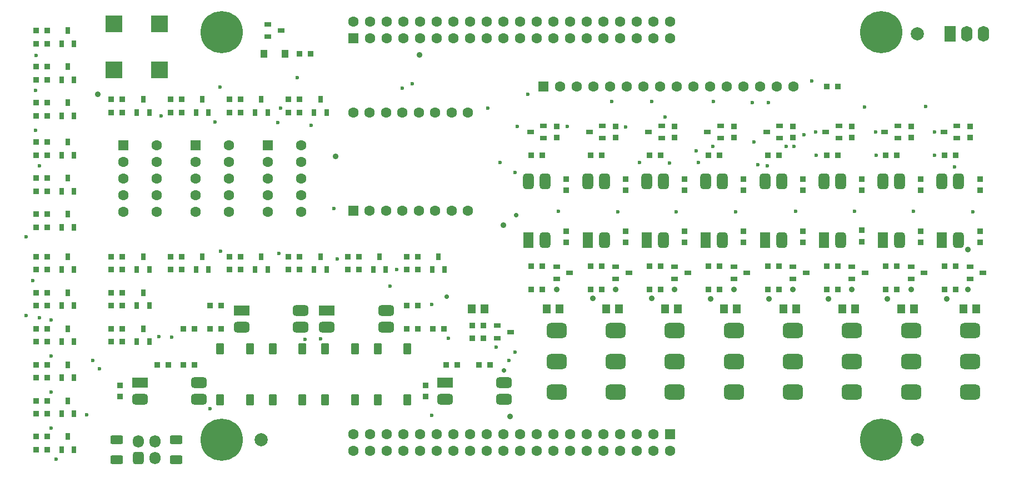
<source format=gts>
G04*
G04 #@! TF.GenerationSoftware,Altium Limited,Altium Designer,22.8.2 (66)*
G04*
G04 Layer_Color=8388736*
%FSLAX25Y25*%
%MOIN*%
G70*
G04*
G04 #@! TF.SameCoordinates,212F37CB-D32F-4CA9-9F40-9CB884434D69*
G04*
G04*
G04 #@! TF.FilePolarity,Negative*
G04*
G01*
G75*
%ADD11C,0.00394*%
%ADD30R,0.03543X0.03740*%
%ADD31C,0.07874*%
%ADD32R,0.10236X0.10236*%
%ADD33R,0.04331X0.02756*%
%ADD34R,0.02756X0.04331*%
%ADD35R,0.05118X0.05512*%
%ADD36R,0.03740X0.03543*%
%ADD37R,0.03976X0.04894*%
G04:AMPARAMS|DCode=38|XSize=51.18mil|YSize=75.59mil|CornerRadius=7.87mil|HoleSize=0mil|Usage=FLASHONLY|Rotation=270.000|XOffset=0mil|YOffset=0mil|HoleType=Round|Shape=RoundedRectangle|*
%AMROUNDEDRECTD38*
21,1,0.05118,0.05984,0,0,270.0*
21,1,0.03543,0.07559,0,0,270.0*
1,1,0.01575,-0.02992,-0.01772*
1,1,0.01575,-0.02992,0.01772*
1,1,0.01575,0.02992,0.01772*
1,1,0.01575,0.02992,-0.01772*
%
%ADD38ROUNDEDRECTD38*%
G04:AMPARAMS|DCode=39|XSize=93.94mil|YSize=63.94mil|CornerRadius=16.97mil|HoleSize=0mil|Usage=FLASHONLY|Rotation=0.000|XOffset=0mil|YOffset=0mil|HoleType=Round|Shape=RoundedRectangle|*
%AMROUNDEDRECTD39*
21,1,0.09394,0.03000,0,0,0.0*
21,1,0.06000,0.06394,0,0,0.0*
1,1,0.03394,0.03000,-0.01500*
1,1,0.03394,-0.03000,-0.01500*
1,1,0.03394,-0.03000,0.01500*
1,1,0.03394,0.03000,0.01500*
%
%ADD39ROUNDEDRECTD39*%
%ADD40R,0.09394X0.06394*%
G04:AMPARAMS|DCode=41|XSize=66.93mil|YSize=47.24mil|CornerRadius=6.3mil|HoleSize=0mil|Usage=FLASHONLY|Rotation=270.000|XOffset=0mil|YOffset=0mil|HoleType=Round|Shape=RoundedRectangle|*
%AMROUNDEDRECTD41*
21,1,0.06693,0.03465,0,0,270.0*
21,1,0.05433,0.04724,0,0,270.0*
1,1,0.01260,-0.01732,-0.02717*
1,1,0.01260,-0.01732,0.02717*
1,1,0.01260,0.01732,0.02717*
1,1,0.01260,0.01732,-0.02717*
%
%ADD41ROUNDEDRECTD41*%
G04:AMPARAMS|DCode=42|XSize=93.94mil|YSize=63.94mil|CornerRadius=16.97mil|HoleSize=0mil|Usage=FLASHONLY|Rotation=90.000|XOffset=0mil|YOffset=0mil|HoleType=Round|Shape=RoundedRectangle|*
%AMROUNDEDRECTD42*
21,1,0.09394,0.03000,0,0,90.0*
21,1,0.06000,0.06394,0,0,90.0*
1,1,0.03394,0.01500,0.03000*
1,1,0.03394,0.01500,-0.03000*
1,1,0.03394,-0.01500,-0.03000*
1,1,0.03394,-0.01500,0.03000*
%
%ADD42ROUNDEDRECTD42*%
%ADD43R,0.06394X0.09394*%
%ADD44R,0.06299X0.06299*%
%ADD45C,0.06299*%
G04:AMPARAMS|DCode=46|XSize=90.55mil|YSize=122.05mil|CornerRadius=23.62mil|HoleSize=0mil|Usage=FLASHONLY|Rotation=90.000|XOffset=0mil|YOffset=0mil|HoleType=Round|Shape=RoundedRectangle|*
%AMROUNDEDRECTD46*
21,1,0.09055,0.07480,0,0,90.0*
21,1,0.04331,0.12205,0,0,90.0*
1,1,0.04724,0.03740,0.02165*
1,1,0.04724,0.03740,-0.02165*
1,1,0.04724,-0.03740,-0.02165*
1,1,0.04724,-0.03740,0.02165*
%
%ADD46ROUNDEDRECTD46*%
%ADD47O,0.06894X0.09394*%
%ADD48R,0.06894X0.09394*%
%ADD49O,0.06693X0.07480*%
G04:AMPARAMS|DCode=50|XSize=66.93mil|YSize=74.8mil|CornerRadius=17.72mil|HoleSize=0mil|Usage=FLASHONLY|Rotation=0.000|XOffset=0mil|YOffset=0mil|HoleType=Round|Shape=RoundedRectangle|*
%AMROUNDEDRECTD50*
21,1,0.06693,0.03937,0,0,0.0*
21,1,0.03150,0.07480,0,0,0.0*
1,1,0.03543,0.01575,-0.01968*
1,1,0.03543,-0.01575,-0.01968*
1,1,0.03543,-0.01575,0.01968*
1,1,0.03543,0.01575,0.01968*
%
%ADD50ROUNDEDRECTD50*%
%ADD51C,0.25394*%
%ADD52C,0.02362*%
%ADD53C,0.02756*%
%ADD54C,0.03543*%
D11*
X600394Y248031D02*
D03*
X305118D02*
D03*
Y125984D02*
D03*
X600394D02*
D03*
D30*
X290748Y96457D02*
D03*
X284055D02*
D03*
X209252Y137795D02*
D03*
X215945D02*
D03*
X284055Y104331D02*
D03*
X290748D02*
D03*
X319488Y139764D02*
D03*
X326181D02*
D03*
X467913Y125984D02*
D03*
X461221D02*
D03*
X461221Y139764D02*
D03*
X467913D02*
D03*
X503346Y125984D02*
D03*
X496654D02*
D03*
X496654Y139764D02*
D03*
X503346D02*
D03*
X574213Y125984D02*
D03*
X567520D02*
D03*
X567520Y139764D02*
D03*
X574213D02*
D03*
X538780Y125984D02*
D03*
X532087D02*
D03*
X532087Y139764D02*
D03*
X538779D02*
D03*
X432480Y125984D02*
D03*
X425787D02*
D03*
X425787Y139764D02*
D03*
X432480D02*
D03*
X326181Y125984D02*
D03*
X319488D02*
D03*
X397047D02*
D03*
X390354D02*
D03*
X361614D02*
D03*
X354921D02*
D03*
X354921Y139764D02*
D03*
X361614D02*
D03*
X390354D02*
D03*
X397047D02*
D03*
X496654Y248031D02*
D03*
X503346D02*
D03*
X361614Y206693D02*
D03*
X354921D02*
D03*
X180315Y267717D02*
D03*
X187008D02*
D03*
X22244Y192913D02*
D03*
X28937D02*
D03*
X28937Y185039D02*
D03*
X22244D02*
D03*
X22244Y214567D02*
D03*
X28937D02*
D03*
X28937Y206693D02*
D03*
X22244D02*
D03*
X22244Y171260D02*
D03*
X28937D02*
D03*
X28937Y163386D02*
D03*
X22244D02*
D03*
X109646Y232283D02*
D03*
X102953D02*
D03*
X102953Y240158D02*
D03*
X109646D02*
D03*
X67520D02*
D03*
X74213D02*
D03*
X74213Y232283D02*
D03*
X67520D02*
D03*
X145079D02*
D03*
X138386D02*
D03*
X138386Y240158D02*
D03*
X145079D02*
D03*
X173819D02*
D03*
X180512D02*
D03*
X180512Y232283D02*
D03*
X173819D02*
D03*
X22244Y251969D02*
D03*
X28937D02*
D03*
X22244Y281496D02*
D03*
X28937D02*
D03*
X22244Y273622D02*
D03*
X28937D02*
D03*
X28937Y259842D02*
D03*
X22244D02*
D03*
X28937Y230315D02*
D03*
X22244D02*
D03*
X22244Y238189D02*
D03*
X28937D02*
D03*
X22244Y145669D02*
D03*
X28937D02*
D03*
X28937Y137795D02*
D03*
X22244D02*
D03*
X145079D02*
D03*
X138386D02*
D03*
X138386Y145669D02*
D03*
X145079D02*
D03*
X173819D02*
D03*
X180512D02*
D03*
X180512Y137795D02*
D03*
X173819D02*
D03*
X209252Y145669D02*
D03*
X215945D02*
D03*
X244685D02*
D03*
X251378D02*
D03*
X251378Y137795D02*
D03*
X244685D02*
D03*
X102953Y145669D02*
D03*
X109646D02*
D03*
X109646Y137795D02*
D03*
X102953D02*
D03*
X74213D02*
D03*
X67520D02*
D03*
X67520Y145669D02*
D03*
X74213D02*
D03*
X28937Y29528D02*
D03*
X22244D02*
D03*
X22244Y37402D02*
D03*
X28937D02*
D03*
X28937Y51181D02*
D03*
X22244D02*
D03*
X22244Y59055D02*
D03*
X28937D02*
D03*
X28937Y72835D02*
D03*
X22244D02*
D03*
X22244Y80709D02*
D03*
X28937D02*
D03*
X28937Y94488D02*
D03*
X22244D02*
D03*
X22244Y102362D02*
D03*
X28937D02*
D03*
X28937Y116142D02*
D03*
X22244D02*
D03*
X22244Y124016D02*
D03*
X28937D02*
D03*
X67520Y94488D02*
D03*
X74213D02*
D03*
X67520Y102362D02*
D03*
X74213D02*
D03*
X74213Y116142D02*
D03*
X67520D02*
D03*
X67520Y124016D02*
D03*
X74213D02*
D03*
X268307Y80709D02*
D03*
X275000D02*
D03*
X294685D02*
D03*
X287992D02*
D03*
X567520Y206693D02*
D03*
X574213D02*
D03*
X532087D02*
D03*
X538780D02*
D03*
X496654D02*
D03*
X503346D02*
D03*
X461221D02*
D03*
X467913D02*
D03*
X432480D02*
D03*
X425787D02*
D03*
X390354D02*
D03*
X397047D02*
D03*
X326181D02*
D03*
X319488D02*
D03*
X117520Y80709D02*
D03*
X110827D02*
D03*
X101772D02*
D03*
X95079D02*
D03*
X260433Y102362D02*
D03*
X267126D02*
D03*
X244685D02*
D03*
X251378D02*
D03*
X133268D02*
D03*
X126575D02*
D03*
X117520D02*
D03*
X110827D02*
D03*
X133268Y116142D02*
D03*
X126575D02*
D03*
X244685D02*
D03*
X251378D02*
D03*
D31*
X157480Y35433D02*
D03*
X551181Y279528D02*
D03*
Y35433D02*
D03*
D32*
X68898Y257874D02*
D03*
Y285433D02*
D03*
X96457D02*
D03*
Y257874D02*
D03*
D33*
X590551Y135827D02*
D03*
X582677Y132087D02*
D03*
Y139567D02*
D03*
X476378D02*
D03*
Y132087D02*
D03*
X484252Y135827D02*
D03*
X511811Y139567D02*
D03*
Y132087D02*
D03*
X519685Y135827D02*
D03*
X547244Y139567D02*
D03*
Y132087D02*
D03*
X555118Y135827D02*
D03*
X440945Y139567D02*
D03*
Y132087D02*
D03*
X448819Y135827D02*
D03*
X405512Y139567D02*
D03*
Y132087D02*
D03*
X413386Y135827D02*
D03*
X334646Y139567D02*
D03*
Y132087D02*
D03*
X342520Y135827D02*
D03*
X370079Y139567D02*
D03*
Y132087D02*
D03*
X377953Y135827D02*
D03*
X307087Y100394D02*
D03*
X299213Y96653D02*
D03*
Y104134D02*
D03*
X169291Y281496D02*
D03*
X161417Y277756D02*
D03*
Y285236D02*
D03*
X566929Y220472D02*
D03*
X574803Y224213D02*
D03*
Y216732D02*
D03*
X531496Y220472D02*
D03*
X539370Y224213D02*
D03*
Y216732D02*
D03*
X496063Y220472D02*
D03*
X503937Y224213D02*
D03*
Y216732D02*
D03*
X460630Y220472D02*
D03*
X468504Y224213D02*
D03*
Y216732D02*
D03*
X425197Y220472D02*
D03*
X433071Y224213D02*
D03*
Y216732D02*
D03*
X389764Y220472D02*
D03*
X397638Y224213D02*
D03*
Y216732D02*
D03*
X354331Y220472D02*
D03*
X362205Y224213D02*
D03*
Y216732D02*
D03*
X318898Y220472D02*
D03*
X326772Y224213D02*
D03*
Y216732D02*
D03*
D34*
X82874Y116142D02*
D03*
X90354D02*
D03*
X86614Y124016D02*
D03*
X37598Y29528D02*
D03*
X45079D02*
D03*
X41339Y37402D02*
D03*
Y171260D02*
D03*
X45079Y163386D02*
D03*
X37598D02*
D03*
X41339Y192913D02*
D03*
X45079Y185039D02*
D03*
X37598D02*
D03*
X41339Y214567D02*
D03*
X45079Y206693D02*
D03*
X37598D02*
D03*
X86614Y240158D02*
D03*
X90354Y232283D02*
D03*
X82874D02*
D03*
X122047Y240158D02*
D03*
X125787Y232283D02*
D03*
X118307D02*
D03*
X157480Y240158D02*
D03*
X161221Y232283D02*
D03*
X153740D02*
D03*
X192913Y240158D02*
D03*
X196653Y232283D02*
D03*
X189173D02*
D03*
X41339Y238189D02*
D03*
X45079Y230315D02*
D03*
X37598D02*
D03*
X41339Y281496D02*
D03*
X45079Y273622D02*
D03*
X37598D02*
D03*
X41339Y259842D02*
D03*
X45079Y251969D02*
D03*
X37598D02*
D03*
X157480Y145669D02*
D03*
X161221Y137795D02*
D03*
X153740D02*
D03*
X228346Y145669D02*
D03*
X232087Y137795D02*
D03*
X224606D02*
D03*
X192913Y145669D02*
D03*
X196653Y137795D02*
D03*
X189173D02*
D03*
X263779Y145669D02*
D03*
X267520Y137795D02*
D03*
X260039D02*
D03*
X122047Y145669D02*
D03*
X125787Y137795D02*
D03*
X118307D02*
D03*
X41339Y145669D02*
D03*
X45079Y137795D02*
D03*
X37598D02*
D03*
X86614Y145669D02*
D03*
X90354Y137795D02*
D03*
X82874D02*
D03*
X41339Y59055D02*
D03*
X45079Y51181D02*
D03*
X37598D02*
D03*
X41339Y80709D02*
D03*
X45079Y72835D02*
D03*
X37598D02*
D03*
X41339Y102362D02*
D03*
X45079Y94488D02*
D03*
X37598D02*
D03*
X41339Y124016D02*
D03*
X45079Y116142D02*
D03*
X37598D02*
D03*
X86614Y102362D02*
D03*
X90354Y94488D02*
D03*
X82874D02*
D03*
D35*
X291240Y114173D02*
D03*
X283563D02*
D03*
X478248D02*
D03*
X470571D02*
D03*
X442815D02*
D03*
X435138D02*
D03*
X586516D02*
D03*
X578839D02*
D03*
X549114D02*
D03*
X541437D02*
D03*
X513681D02*
D03*
X506004D02*
D03*
X336516D02*
D03*
X328839D02*
D03*
X407382D02*
D03*
X399705D02*
D03*
X371949D02*
D03*
X364272D02*
D03*
D36*
X553150Y160827D02*
D03*
Y154134D02*
D03*
X255906Y68307D02*
D03*
Y61614D02*
D03*
X72835Y68307D02*
D03*
Y61614D02*
D03*
X582677Y217126D02*
D03*
Y223819D02*
D03*
X547244Y217126D02*
D03*
Y223819D02*
D03*
X511811Y217126D02*
D03*
Y223819D02*
D03*
X476378Y217126D02*
D03*
Y223819D02*
D03*
X440945Y217126D02*
D03*
Y223819D02*
D03*
X405512Y217126D02*
D03*
Y223819D02*
D03*
X370079Y217126D02*
D03*
Y223819D02*
D03*
X334646Y217126D02*
D03*
Y223819D02*
D03*
X588583Y154134D02*
D03*
Y160827D02*
D03*
X588583Y192323D02*
D03*
Y185630D02*
D03*
X553150Y192323D02*
D03*
Y185630D02*
D03*
X517717Y154724D02*
D03*
Y161417D02*
D03*
X517717Y192323D02*
D03*
Y185630D02*
D03*
X482283Y154134D02*
D03*
Y160827D02*
D03*
X482283Y192323D02*
D03*
Y185630D02*
D03*
X446850Y154134D02*
D03*
Y160827D02*
D03*
Y192323D02*
D03*
Y185630D02*
D03*
X411417Y154134D02*
D03*
Y160827D02*
D03*
Y192323D02*
D03*
Y185630D02*
D03*
X375984Y154134D02*
D03*
Y160827D02*
D03*
Y192323D02*
D03*
Y185630D02*
D03*
X340551Y192323D02*
D03*
Y185630D02*
D03*
Y154134D02*
D03*
Y160827D02*
D03*
D37*
X158898Y267717D02*
D03*
X171811D02*
D03*
D38*
X70866Y35433D02*
D03*
Y23583D02*
D03*
X106299Y35433D02*
D03*
Y23583D02*
D03*
D39*
X303150Y59961D02*
D03*
Y69961D02*
D03*
X267717Y59961D02*
D03*
X232283Y103268D02*
D03*
Y113268D02*
D03*
X196850Y103268D02*
D03*
X181102D02*
D03*
Y113268D02*
D03*
X145669Y103268D02*
D03*
X120079Y59961D02*
D03*
Y69961D02*
D03*
X84646Y59961D02*
D03*
D40*
X267717Y69961D02*
D03*
X196850Y113268D02*
D03*
X145669D02*
D03*
X84646Y69961D02*
D03*
D41*
X245079Y59449D02*
D03*
X227362Y90158D02*
D03*
Y59449D02*
D03*
X245079Y90158D02*
D03*
X195866D02*
D03*
X213583Y59449D02*
D03*
Y90158D02*
D03*
X195866Y59449D02*
D03*
X182087D02*
D03*
X164370Y90158D02*
D03*
Y59449D02*
D03*
X182087Y90158D02*
D03*
X132874D02*
D03*
X150591Y59449D02*
D03*
Y90158D02*
D03*
X132874Y59449D02*
D03*
D42*
X575866Y190945D02*
D03*
X565866D02*
D03*
X575866Y155512D02*
D03*
X540433Y190945D02*
D03*
X530433D02*
D03*
X540433Y155512D02*
D03*
X505000Y190945D02*
D03*
X495000D02*
D03*
X505000Y155512D02*
D03*
X469567Y190945D02*
D03*
X459567D02*
D03*
X469567Y155512D02*
D03*
X434134Y190945D02*
D03*
X424134D02*
D03*
X434134Y155512D02*
D03*
X398701Y190945D02*
D03*
X388701D02*
D03*
X398701Y155512D02*
D03*
X363268Y190945D02*
D03*
X353268D02*
D03*
X363268Y155512D02*
D03*
X327835Y190945D02*
D03*
X317835D02*
D03*
X327835Y155512D02*
D03*
D43*
X565866D02*
D03*
X530433D02*
D03*
X495000D02*
D03*
X459567D02*
D03*
X424134D02*
D03*
X388701D02*
D03*
X353268D02*
D03*
X317835D02*
D03*
D44*
X326772Y248031D02*
D03*
X212795Y276929D02*
D03*
X402795Y38937D02*
D03*
X161417Y212598D02*
D03*
X118110D02*
D03*
X74803D02*
D03*
X212598Y173228D02*
D03*
D45*
X336772Y248031D02*
D03*
X346772D02*
D03*
X356772D02*
D03*
X366772D02*
D03*
X376772D02*
D03*
X386772D02*
D03*
X396772D02*
D03*
X406772D02*
D03*
X416772D02*
D03*
X426772D02*
D03*
X436772D02*
D03*
X446772D02*
D03*
X456772D02*
D03*
X466772D02*
D03*
X476772D02*
D03*
X402795Y286929D02*
D03*
Y276929D02*
D03*
X392795Y286929D02*
D03*
Y276929D02*
D03*
X382795Y286929D02*
D03*
Y276929D02*
D03*
X372795Y286929D02*
D03*
Y276929D02*
D03*
X362795Y286929D02*
D03*
Y276929D02*
D03*
X352795Y286929D02*
D03*
Y276929D02*
D03*
X342795Y286929D02*
D03*
Y276929D02*
D03*
X332795Y286929D02*
D03*
Y276929D02*
D03*
X322795Y286929D02*
D03*
Y276929D02*
D03*
X312795Y286929D02*
D03*
Y276929D02*
D03*
X302795Y286929D02*
D03*
Y276929D02*
D03*
X292795Y286929D02*
D03*
Y276929D02*
D03*
X282795Y286929D02*
D03*
Y276929D02*
D03*
X272795Y286929D02*
D03*
Y276929D02*
D03*
X262795Y286929D02*
D03*
Y276929D02*
D03*
X252795Y286929D02*
D03*
Y276929D02*
D03*
X242795Y286929D02*
D03*
Y276929D02*
D03*
X232795Y286929D02*
D03*
Y276929D02*
D03*
X222795Y286929D02*
D03*
Y276929D02*
D03*
X212795Y286929D02*
D03*
X402795Y28937D02*
D03*
X392795Y38937D02*
D03*
Y28937D02*
D03*
X382795Y38937D02*
D03*
Y28937D02*
D03*
X372795Y38937D02*
D03*
Y28937D02*
D03*
X362795Y38937D02*
D03*
Y28937D02*
D03*
X352795Y38937D02*
D03*
Y28937D02*
D03*
X342795Y38937D02*
D03*
Y28937D02*
D03*
X332795Y38937D02*
D03*
Y28937D02*
D03*
X322795Y38937D02*
D03*
Y28937D02*
D03*
X312795Y38937D02*
D03*
Y28937D02*
D03*
X302795Y38937D02*
D03*
Y28937D02*
D03*
X292795Y38937D02*
D03*
Y28937D02*
D03*
X282795Y38937D02*
D03*
Y28937D02*
D03*
X272795Y38937D02*
D03*
Y28937D02*
D03*
X262795Y38937D02*
D03*
Y28937D02*
D03*
X252795Y38937D02*
D03*
Y28937D02*
D03*
X242795Y38937D02*
D03*
Y28937D02*
D03*
X232795Y38937D02*
D03*
Y28937D02*
D03*
X222795Y38937D02*
D03*
Y28937D02*
D03*
X212795Y38937D02*
D03*
Y28937D02*
D03*
X181417Y212598D02*
D03*
Y202598D02*
D03*
Y192598D02*
D03*
Y182598D02*
D03*
Y172598D02*
D03*
X161417D02*
D03*
Y182598D02*
D03*
Y192598D02*
D03*
Y202598D02*
D03*
X138110Y212598D02*
D03*
Y202598D02*
D03*
Y192598D02*
D03*
Y182598D02*
D03*
Y172598D02*
D03*
X118110D02*
D03*
Y182598D02*
D03*
Y192598D02*
D03*
Y202598D02*
D03*
X74803D02*
D03*
Y192598D02*
D03*
Y182598D02*
D03*
Y172598D02*
D03*
X94803D02*
D03*
Y182598D02*
D03*
Y192598D02*
D03*
Y202598D02*
D03*
Y212598D02*
D03*
X281496Y232283D02*
D03*
X271654D02*
D03*
X261811D02*
D03*
X251969D02*
D03*
X242126D02*
D03*
X232283D02*
D03*
X222441D02*
D03*
X212598D02*
D03*
X281496Y173228D02*
D03*
X271654D02*
D03*
X261811D02*
D03*
X251969D02*
D03*
X242126D02*
D03*
X232283D02*
D03*
X222441D02*
D03*
D46*
X405512Y64173D02*
D03*
Y82677D02*
D03*
Y101181D02*
D03*
X334646D02*
D03*
Y82677D02*
D03*
Y64173D02*
D03*
X370079D02*
D03*
Y82677D02*
D03*
Y101181D02*
D03*
X440945D02*
D03*
Y82677D02*
D03*
Y64173D02*
D03*
X476378Y101181D02*
D03*
Y82677D02*
D03*
Y64173D02*
D03*
X511811Y101181D02*
D03*
Y82677D02*
D03*
Y64173D02*
D03*
X547244Y101181D02*
D03*
Y82677D02*
D03*
Y64173D02*
D03*
X582677D02*
D03*
Y82677D02*
D03*
Y101181D02*
D03*
D47*
X590866Y279528D02*
D03*
X580866D02*
D03*
D48*
X570866D02*
D03*
D49*
X93583Y34528D02*
D03*
Y24528D02*
D03*
X83583Y34528D02*
D03*
D50*
Y24528D02*
D03*
D51*
X529291Y35433D02*
D03*
X133858Y280433D02*
D03*
Y35433D02*
D03*
X529291Y280433D02*
D03*
D52*
X259838Y116883D02*
D03*
X269838Y96583D02*
D03*
X259638Y50183D02*
D03*
X96138Y97483D02*
D03*
X306138Y83383D02*
D03*
X298425Y91339D02*
D03*
X309842Y88189D02*
D03*
X519238Y235483D02*
D03*
X442138Y172483D02*
D03*
X335838Y172783D02*
D03*
X371338Y172583D02*
D03*
X406338Y172483D02*
D03*
X167338Y226283D02*
D03*
X129738Y226483D02*
D03*
X384538Y202083D02*
D03*
X402438Y201983D02*
D03*
X419685Y202209D02*
D03*
X418504Y209327D02*
D03*
X310938Y223983D02*
D03*
X317238Y243183D02*
D03*
X461138Y200283D02*
D03*
X455438Y200783D02*
D03*
X193138Y96283D02*
D03*
X309838Y196383D02*
D03*
X52638Y50683D02*
D03*
X56438Y83183D02*
D03*
X31496Y85827D02*
D03*
X60438Y78083D02*
D03*
X234838Y127767D02*
D03*
X203150Y144095D02*
D03*
X238583Y137795D02*
D03*
X201181Y174409D02*
D03*
X187402Y224410D02*
D03*
X242126Y246850D02*
D03*
X248031Y249606D02*
D03*
X103575Y97276D02*
D03*
X34252Y24016D02*
D03*
X31496Y64173D02*
D03*
Y107480D02*
D03*
Y42520D02*
D03*
X126772Y54331D02*
D03*
X183858Y96063D02*
D03*
X22047Y245669D02*
D03*
X22441Y266535D02*
D03*
X24532Y200394D02*
D03*
X20472Y131102D02*
D03*
X22047Y221654D02*
D03*
X24409Y109055D02*
D03*
X16535Y157480D02*
D03*
Y110236D02*
D03*
X584252Y172441D02*
D03*
X548819Y172835D02*
D03*
X513386D02*
D03*
X477953D02*
D03*
X573228Y199606D02*
D03*
X487795Y251181D02*
D03*
X293307Y235039D02*
D03*
X300787Y202209D02*
D03*
X483071Y218898D02*
D03*
X451968Y238189D02*
D03*
X453150Y214567D02*
D03*
X428346Y211811D02*
D03*
X399764Y229468D02*
D03*
X555905Y235827D02*
D03*
X461811Y238189D02*
D03*
X428740Y238976D02*
D03*
X391732D02*
D03*
X561417Y220472D02*
D03*
X525984D02*
D03*
X490158D02*
D03*
X375984Y223622D02*
D03*
X341170Y223863D02*
D03*
X472441Y211811D02*
D03*
X477165D02*
D03*
X367717Y238976D02*
D03*
X490551Y206693D02*
D03*
X561417D02*
D03*
X526378D02*
D03*
X179134Y253150D02*
D03*
X168110Y147638D02*
D03*
X133071Y148819D02*
D03*
X168898Y235039D02*
D03*
X97244Y230315D02*
D03*
X132677Y247638D02*
D03*
D53*
X303150Y77165D02*
D03*
X268738Y121602D02*
D03*
X310236Y170472D02*
D03*
D54*
X306693Y49606D02*
D03*
X302756Y164567D02*
D03*
X581496Y150000D02*
D03*
Y125984D02*
D03*
X201969Y205906D02*
D03*
X252362Y266929D02*
D03*
X59449Y243307D02*
D03*
X440945Y125984D02*
D03*
X356308Y120481D02*
D03*
X334646Y125984D02*
D03*
X547244D02*
D03*
X568660Y120334D02*
D03*
X497794Y120334D02*
D03*
X511811Y125984D02*
D03*
X533059Y120137D02*
D03*
X391732Y120472D02*
D03*
X405512Y125984D02*
D03*
X426928Y120334D02*
D03*
X476378Y125984D02*
D03*
X462164Y120137D02*
D03*
X370079Y125984D02*
D03*
M02*

</source>
